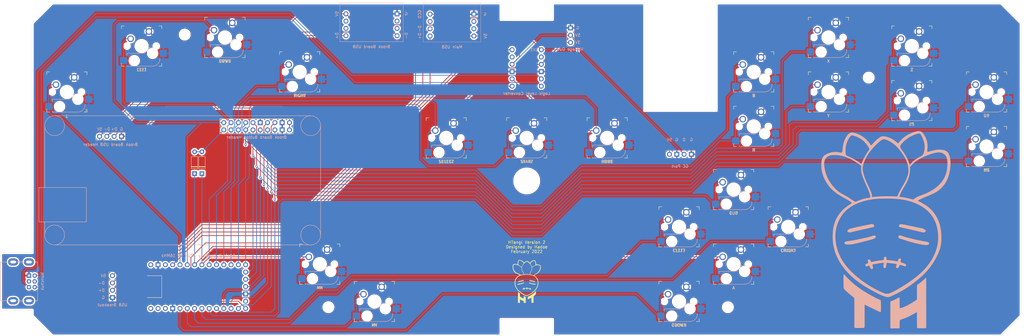
<source format=kicad_pcb>
(kicad_pcb (version 20211014) (generator pcbnew)
  (title_block (title "HTangl PCB") (date "2022-01-08") (rev "2") (company "HTangl"))
  (layers (0 "F.Cu" signal) (31 "B.Cu" signal) (34 "B.Paste" user) (35 "F.Paste" user) (36 "B.SilkS" user "B.Silkscreen") (37 "F.SilkS" user "F.Silkscreen") (38 "B.Mask" user) (39 "F.Mask" user) (44 "Edge.Cuts" user))
  (net 0 "")
  (net 1 "BB1")
  (net 2 "GND")
  (net 3 "DOWN")
  (net 4 "RIGHT")
  (net 5 "LEFT")
  (net 6 "SELECT")
  (net 7 "HOME")
  (net 8 "START")
  (net 9 "B")
  (net 10 "X")
  (net 11 "Z")
  (net 12 "UP")
  (net 13 "R")
  (net 14 "Y")
  (net 15 "LS")
  (net 16 "MS")
  (net 17 "D-B")
  (net 18 "MX")
  (net 19 "A")
  (net 20 "D+B")
  (net 21 "GCD")
  (net 22 "5V")
  (net 23 "GCDA")
  (net 26 "NSCL")
  (net 27 "NSDA")
  (net 32 "D-")
  (net 33 "D+")
  (net 38 "L")
  (net 39 "MY")
  (net 40 "CU")
  (net 41 "CL")
  (net 42 "CR")
  (net 43 "CD")
  (net 44 "3V")
  (footprint "htangl:Brook_Board_Header_2" (layer "F.Cu") (at 71.36 124.47)
    (fp_text reference "BB2")
    (fp_text value "Brook Board USB Header")
  )
  (footprint "htangl:Adafruit_32U4_5V" (layer "F.Cu") (at 105.7 176.83)
    (fp_text reference "MC1" hide)
    (fp_text value "Adafruit ItsyBitsy 32U4 5V 16MHz")
  )
  (footprint "Diode_THT:D_DO-35_SOD27_P7.62mm_Horizontal" (layer "F.Cu") (at 104.43 137.46 90)
    (fp_text reference "D2" hide)
    (fp_text value "DIODE" hide)
  )
  (footprint "Diode_THT:D_DO-35_SOD27_P7.62mm_Horizontal" (layer "F.Cu") (at 106.97 137.46 90)
    (fp_text reference "D1" hide)
    (fp_text value "DIODE" hide)
  )
  (footprint "keyswitches:Kailh_socket_MX_optional" (layer "F.Cu") (at 273 182)
    (fp_text reference "SW22" hide)
    (fp_text value "CDOWN")
  )
  (footprint "keyswitches:Kailh_socket_MX_optional" (layer "F.Cu") (at 273 156)
    (fp_text reference "SW19" hide)
    (fp_text value "CLEFT")
  )
  (footprint "keyswitches:Kailh_socket_MX_optional" (layer "F.Cu") (at 311 156)
    (fp_text reference "SW21" hide)
    (fp_text value "CRIGHT")
  )
  (footprint "keyswitches:Kailh_socket_MX_optional" (layer "F.Cu") (at 292 143)
    (fp_text reference "SW18" hide)
    (fp_text value "CUP")
  )
  (footprint "keyswitches:Kailh_socket_MX_optional" (layer "F.Cu") (at 115 90)
    (fp_text reference "SW3" hide)
    (fp_text value "DOWN")
  )
  (footprint "keyswitches:Kailh_socket_MX_optional" (layer "F.Cu") (at 248 125)
    (fp_text reference "SW9" hide)
    (fp_text value "HOME")
  )
  (footprint "keyswitches:Kailh_socket_MX_optional" (layer "F.Cu") (at 60 109)
    (fp_text reference "SW1" hide)
    (fp_text value "L")
  )
  (footprint "keyswitches:Kailh_socket_MX_optional" (layer "F.Cu") (at 86 93)
    (fp_text reference "SW2" hide)
    (fp_text value "LEFT")
  )
  (footprint "keyswitches:Kailh_socket_MX_optional" (layer "F.Cu") (at 354 112)
    (fp_text reference "SW16" hide)
    (fp_text value "LS")
  )
  (footprint "keyswitches:Kailh_socket_MX_optional" (layer "F.Cu") (at 380 128)
    (fp_text reference "SW17" hide)
    (fp_text value "MS")
  )
  (footprint "keyswitches:Kailh_socket_MX_optional" (layer "F.Cu") (at 148 169)
    (fp_text reference "SW5" hide)
    (fp_text value "MX")
  )
  (footprint "keyswitches:Kailh_socket_MX_optional" (layer "F.Cu") (at 167 182)
    (fp_text reference "SW6" hide)
    (fp_text value "MY")
  )
  (footprint "keyswitches:Kailh_socket_MX_optional" (layer "F.Cu") (at 299 121)
    (fp_text reference "SW14" hide)
    (fp_text value "R")
  )
  (footprint "keyswitches:Kailh_socket_MX_optional" (layer "F.Cu") (at 141 102)
    (fp_text reference "SW4" hide)
    (fp_text value "RIGHT")
  )
  (footprint "keyswitches:Kailh_socket_MX_optional" (layer "F.Cu") (at 192 125)
    (fp_text reference "SW7" hide)
    (fp_text value "SELECT")
  )
  (footprint "keyswitches:Kailh_socket_MX_optional" (layer "F.Cu") (at 220 125)
    (fp_text reference "SW8" hide)
    (fp_text value "START")
  )
  (footprint "keyswitches:Kailh_socket_MX_optional" (layer "F.Cu") (at 380 109)
    (fp_text reference "SW13" hide)
    (fp_text value "UP")
  )
  (footprint "keyswitches:Kailh_socket_MX_optional" (layer "F.Cu") (at 325 90)
    (fp_text reference "SW11" hide)
    (fp_text value "X")
  )
  (footprint "keyswitches:Kailh_socket_MX_optional" (layer "F.Cu") (at 325 109)
    (fp_text reference "SW15" hide)
    (fp_text value "Y")
  )
  (footprint "keyswitches:Kailh_socket_MX_optional" (layer "F.Cu") (at 354 93)
    (fp_text reference "SW12" hide)
    (fp_text value "Z")
  )
  (footprint "keyswitches:Kailh_socket_MX_optional" (layer "F.Cu") (at 299 102)
    (fp_text reference "SW10" hide)
    (fp_text value "B")
  )
  (footprint "keyswitches:Kailh_socket_MX_optional" (layer "F.Cu") (at 292 169)
    (fp_text reference "SW20" hide)
    (fp_text value "A")
  )
  (footprint "htangl:Brook_Board_Header_1" (layer "F.Cu") (at 114.59 122.22)
    (fp_text reference "BB1")
    (fp_text value "Brook Board Button Header")
  )
  (footprint "misc:brook_board_no_mounting_holes" (layer "F.Cu") (at 52.28 148.3 90)
    (fp_text reference "REF**" hide)
    (fp_text value "brook_board_no_mounting_holes" hide)
  )
  (footprint "MountingHole:MountingHole_3.2mm_M3" (layer "F.Cu") (at 339 104)
    (fp_text reference "." hide)
    (fp_text value "." hide)
  )
  (footprint "MountingHole:MountingHole_3.2mm_M3" (layer "F.Cu") (at 101 89)
    (fp_text reference "." hide)
    (fp_text value "." hide)
  )
  (footprint "MountingHole:MountingHole_3.2mm_M3" (layer "F.Cu") (at 290 184)
    (fp_text reference "." hide)
    (fp_text value "." hide)
  )
  (footprint "MountingHole:MountingHole_3.2mm_M3" (layer "F.Cu") (at 151 184)
    (fp_text reference "." hide)
    (fp_text value "." hide)
  )
  (footprint "htangl:Brook_Board_USBC" (layer "F.Cu") (at 166 80.5 180)
    (fp_text reference "USB2" hide)
    (fp_text value "Brook Board USB")
  )
  (footprint "MountingHole:MountingHole_8.4mm_M8" (layer "F.Cu") (at 220 140)
    (fp_text reference "" hide)
    (fp_text value "" hide)
  )
  (footprint "htangl:Model_U_Header" (layer "F.Cu") (at 186.38 81.885)
    (fp_text reference "USB1")
    (fp_text value "Main USB")
  )
  (footprint "htangl:HTurnip_Small" (layer "F.Cu") (at 220 175)
    (fp_text reference "" hide)
    (fp_text value "" hide)
  )
  (footprint "htangl:LLC" (layer "B.Cu") (at 220 100.63 180)
    (fp_text reference "LLC1")
    (fp_text value "Logic Level Converter")
  )
  (footprint "Connector_PinHeader_2.54mm:PinHeader_1x03_P2.54mm_Vertical" (layer "B.Cu") (at 235.24 86.675 180)
    (fp_text reference "VO1" hide)
    (fp_text value "Voltage Out")
  )
  (footprint "htangl:NunchuckFemale" (layer "B.Cu") (at 38.8 175 90)
    (fp_text reference "N1" hide)
    (fp_text value "Nunchuk")
  )
  (footprint "Connector_PinSocket_2.54mm:PinSocket_1x04_P2.54mm_Vertical" (layer "B.Cu") (at 277.3 130.715 90)
    (fp_text reference "GC1" hide)
    (fp_text value "GC Port")
  )
  (footprint "htangl:HTurnip_Medium" (layer "B.Cu") (at 345 157 180)
    (fp_text reference "" hide)
    (fp_text value "" hide)
  )
  (footprint "Connector_PinSocket_2.54mm:PinSocket_1x04_P2.54mm_Vertical" (layer "B.Cu") (at 75.855 173.02 180)
    (fp_text reference "USBA1")
    (fp_text value "USB Breakout")
  )
  (gr_line (start 392 85) (end 385 78) (layer "Edge.Cuts") (width 0.05))
  (gr_line (start 392 187) (end 385 194) (layer "Edge.Cuts") (width 0.05))
  (gr_line (start 392 187) (end 392 85) (layer "Edge.Cuts") (width 0.05))
  (gr_line (start 261 78) (end 261 115.5) (layer "Edge.Cuts") (width 0.05))
  (gr_line (start 211 188.2) (end 211 194) (layer "Edge.Cuts") (width 0.05))
  (gr_line (start 229 83.8) (end 229 78) (layer "Edge.Cuts") (width 0.05))
  (gr_line (start 37 165) (end 37 185) (layer "Edge.Cuts") (width 0.05))
  (gr_line (start 229 83.8) (end 211 83.8) (layer "Edge.Cuts") (width 0.05))
  (gr_line (start 286 115.5) (end 261 115.5) (layer "Edge.Cuts") (width 0.05))
  (gr_line (start 211 194) (end 55 194) (layer "Edge.Cuts") (width 0.05))
  (gr_line (start 55 78) (end 211 78) (layer "Edge.Cuts") (width 0.05))
  (gr_line (start 229 194) (end 385 194) (layer "Edge.Cuts") (width 0.05))
  (gr_line (start 229 188.2) (end 211 188.2) (layer "Edge.Cuts") (width 0.05))
  (gr_line (start 286 78) (end 286 115.5) (layer "Edge.Cuts") (width 0.05))
  (gr_line (start 211 83.8) (end 211 78) (layer "Edge.Cuts") (width 0.05))
  (gr_line (start 229 188.2) (end 229 194) (layer "Edge.Cuts") (width 0.05))
  (gr_line (start 48 165) (end 37 165) (layer "Edge.Cuts") (width 0.05))
  (gr_line (start 48 185) (end 48 187) (layer "Edge.Cuts") (width 0.05))
  (gr_line (start 48 85) (end 55 78) (layer "Edge.Cuts") (width 0.05))
  (gr_line (start 261 78) (end 229 78) (layer "Edge.Cuts") (width 0.05))
  (gr_line (start 286 78) (end 385 78) (layer "Edge.Cuts") (width 0.05))
  (gr_line (start 48 165) (end 48 85) (layer "Edge.Cuts") (width 0.05))
  (gr_line (start 37 185) (end 48 185) (layer "Edge.Cuts") (width 0.05))
  (gr_line (start 55 194) (end 48 187) (layer "Edge.Cuts") (width 0.05))
  (gr_text "3V" (at 237.78 91.74) (layer "B.SilkS") (effects (font (size 1 1)) (justify mirror)))
  (gr_text "D+" (at 72.045 178.1) (layer "B.SilkS") (effects (font (size 1 1)) (justify mirror)))
  (gr_text "5V\n" (at 237.78 89.2) (layer "B.SilkS") (effects (font (size 1 1)) (justify mirror)))
  (gr_text "G" (at 237.78 86.66) (layer "B.SilkS") (effects (font (size 1 1)) (justify mirror)))
  (gr_text "D-" (at 72.045 175.56) (layer "B.SilkS") (effects (font (size 1 1)) (justify mirror)))
  (gr_text "5V" (at 72.68 173.02) (layer "B.SilkS") (effects (font (size 1 1)) (justify mirror)))
  (gr_text "G" (at 72.68 180.64) (layer "B.SilkS") (effects (font (size 1 1)) (justify mirror)))
  (gr_text "HTangl Version 2\nDesigned by Hadoe\nFebruary 2022\n" (at 220 163) (layer "F.SilkS") (effects (font (size 1 1))))
  (segment (start 104.43 129.84) (end 106.97 129.84) (width 0.25) (layer "B.Cu") (net 1))
  (segment (start 114.59 122.22) (end 106.97 129.84) (width 0.25) (layer "B.Cu") (net 1))
  (segment (start 108.65 95.02) (end 108.71 95.08) (width 0.25) (layer "B.Cu") (net 3))
  (segment (start 114.59 119.68) (end 106.97 119.68) (width 0.25) (layer "B.Cu") (net 3))
  (segment (start 101.89 124.76) (end 101.89 169.21) (width 0.25) (layer "B.Cu") (net 3))
  (segment (start 76.49 112.06) (end 84.11 119.68) (width 0.25) (layer "B.Cu") (net 3))
  (segment (start 76.49 85.39) (end 76.49 112.06) (width 0.25) (layer "B.Cu") (net 3))
  (segment (start 77.76 84.12) (end 76.49 85.39) (width 0.25) (layer "B.Cu") (net 3))
  (segment (start 109.573554 87.46) (end 108.65 88.383554) (width 0.25) (layer "B.Cu") (net 3))
  (segment (start 111.19 87.46) (end 107.85 84.12) (width 0.25) (layer "B.Cu") (net 3))
  (segment (start 107.85 84.12) (end 77.76 84.12) (width 0.25) (layer "B.Cu") (net 3))
  (segment (start 106.97 119.68) (end 101.89 124.76) (width 0.25) (layer "B.Cu") (net 3))
  (segment (start 108.65 88.383554) (end 108.65 95.02) (width 0.25) (layer "B.Cu") (net 3))
  (segment (start 84.11 119.68) (end 106.97 119.68) (width 0.25) (layer "B.Cu") (net 3))
  (segment (start 111.19 87.46) (end 109.573554 87.46) (width 0.25) (layer "B.Cu") (net 3))
  (segment (start 117.13 140) (end 112.05 145.08) (width 0.25) (layer "B.Cu") (net 4))
  (segment (start 135.573554 99.46) (end 134.694579 100.338975) (width 0.25) (layer "B.Cu") (net 4))
  (segment (start 118.4 120.95) (end 117.13 122.22) (width 0.25) (layer "B.Cu") (net 4))
  (segment (start 134.694579 107.064579) (end 134.71 107.08) (width 0.25) (layer "B.Cu") (net 4))
  (segment (start 137.19 99.46) (end 135.573554 99.46) (width 0.25) (layer "B.Cu") (net 4))
  (segment (start 134.694579 100.338975) (end 134.694579 107.064579) (width 0.25) (layer "B.Cu") (net 4))
  (segment (start 118.4 114.6) (end 118.4 120.95) (width 0.25) (layer "B.Cu") (net 4))
  (segment (start 112.05 145.08) (end 112.05 169.21) (width 0.25) (layer "B.Cu") (net 4))
  (segment (start 125.92 107.08) (end 118.4 114.6) (width 0.25) (layer "B.Cu") (net 4))
  (segment (start 117.13 122.22) (end 117.13 140) (width 0.25) (layer "B.Cu") (net 4))
  (segment (start 134.71 107.08) (end 125.92 107.08) (width 0.25) (layer "B.Cu") (net 4))
  (segment (start 117.13 119.68) (end 115.86 120.95) (width 0.25) (layer "B.Cu") (net 5))
  (segment (start 79.65 91.383554) (end 79.65 98.02) (width 0.25) (layer "B.Cu") (net 5))
  (segment (start 79.71 112.74) (end 80.3 113.33) (width 0.25) (layer "B.Cu") (net 5))
  (segment (start 115.86 120.95) (end 115.86 140) (width 0.25) (layer "B.Cu") (net 5))
  (segment (start 80.3 113.33) (end 110.78 113.33) (width 0.25) (layer "B.Cu") (net 5))
  (segment (start 79.65 98.02) (end 79.71 98.08) (width 0.25) (layer "B.Cu") (net 5))
  (segment (start 80.573554 90.46) (end 79.65 91.383554) (width 0.25) (layer "B.Cu") (net 5))
  (segment (start 82.19 90.46) (end 80.573554 90.46) (width 0.25) (layer "B.Cu") (net 5))
  (segment (start 115.86 140) (end 109.51 146.35) (width 0.25) (layer "B.Cu") (net 5))
  (segment (start 109.51 146.35) (end 109.51 169.21) (width 0.25) (layer "B.Cu") (net 5))
  (segment (start 79.71 98.08) (end 79.71 112.74) (width 0.25) (layer "B.Cu") (net 5))
  (segment (start 110.78 113.33) (end 117.13 119.68) (width 0.25) (layer "B.Cu") (net 5))
  (segment (start 214.92 106.98) (end 203.67 106.98) (width 0.25) (layer "F.Cu") (net 6))
  (segment (start 203.67 106.98) (end 188.19 122.46) (width 0.25) (layer "F.Cu") (net 6))
  (segment (start 186.573554 122.46) (end 185.65 123.383554) (width 0.25) (layer "B.Cu") (net 6))
  (segment (start 188.19 122.46) (end 186.573554 122.46) (width 0.25) (layer "B.Cu") (net 6))
  (segment (start 120.94 120.95) (end 120.94 114.6) (width 0.25) (layer "B.Cu") (net 6))
  (segment (start 119.67 122.22) (end 119.67 140) (width 0.25) (layer "B.Cu") (net 6))
  (segment (start 119.67 140) (end 117.13 142.54) (width 0.25) (layer "B.Cu") (net 6))
  (segment (start 119.67 122.22) (end 120.94 120.95) (width 0.25) (layer "B.Cu") (net 6))
  (segment (start 120.94 114.6) (end 123.48 112.06) (width 0.25) (layer "B.Cu") (net 6))
  (segment (start 186.98 112.06) (end 188.19 113.27) (width 0.25) (layer "B.Cu") (net 6))
  (segment (start 185.65 123.383554) (end 185.65 130.02) (width 0.25) (layer "B.Cu") (net 6))
  (segment (start 185.65 130.02) (end 185.71 130.08) (width 0.25) (layer "B.Cu") (net 6))
  (segment (start 117.13 142.54) (end 117.13 169.21) (width 0.25) (layer "B.Cu") (net 6))
  (segment (start 123.48 112.06) (end 186.98 112.06) (width 0.25) (layer "B.Cu") (net 6))
  (segment (start 188.19 113.27) (end 188.19 122.46) (width 0.25) (layer "B.Cu") (net 6))
  (segment (start 214.92 104.44) (end 232.94 122.46) (width 0.25) (layer "F.Cu") (net 7))
  (segment (start 232.94 122.46) (end 244.19 122.46) (width 0.25) (layer "F.Cu") (net 7))
  (segment (start 118.4 140) (end 118.4 121.585718) (width 0.25) (layer "B.Cu") (net 7))
  (segment (start 244.19 114.66) (end 244.19 122.46) (width 0.25) (layer "B.Cu") (net 7))
  (segment (start 242.573554 122.46) (end 241.694579 123.338975) (width 0.25) (layer "B.Cu") (net 7))
  (segment (start 241.694579 130.064579) (end 241.71 130.08) (width 0.25) (layer "B.Cu") (net 7))
  (segment (start 118.4 121.585718) (end 119.67 120.315718) (width 0.25) (layer "B.Cu") (net 7))
  (segment (start 114.59 143.81) (end 118.4 140) (width 0.25) (layer "B.Cu") (net 7))
  (segment (start 123.48 110.79) (end 240.32 110.79) (width 0.25) (layer "B.Cu") (net 7))
  (segment (start 119.67 119.68) (end 119.67 114.6) (width 0.25) (layer "B.Cu") (net 7))
  (segment (start 119.67 120.315718) (end 119.67 119.68) (width 0.25) (layer "B.Cu") (net 7))
  (segment (start 114.59 169.21) (end 114.59 143.81) (width 0.25) (layer "B.Cu") (net 7))
  (segment (start 244.19 122.46) (end 242.573554 122.46) (width 0.25) (layer "B.Cu") (net 7))
  (segment (start 119.67 114.6) (end 123.48 110.79) (width 0.25) (layer "B.Cu") (net 7))
  (segment (start 240.32 110.79) (end 244.19 114.66) (width 0.25) (layer "B.Cu") (net 7))
  (segment (start 241.694579 123.338975) (end 241.694579 130.064579) (width 0.25) (layer "B.Cu") (net 7))
  (segment (start 122.21 127.3) (end 122.21 122.22) (width 0.25) (layer "F.Cu") (net 8))
  (via (at 122.21 127.3) (size 0.8) (drill 0.4) (layers "F.Cu" "B.Cu") (net 8))
  (segment (start 213.65 123.383554) (end 213.65 130.02) (width 0.25) (layer "B.Cu") (net 8))
  (segment (start 124.75 113.33) (end 181.9 113.33) (width 0.25) (layer "B.Cu") (net 8))
  (segment (start 208.87 134.92) (end 213.71 130.08) (width 0.25) (layer "B.Cu") (net 8))
  (segment (start 119.67 141.27) (end 122.21 138.73) (width 0.25) (layer "B.Cu") (net 8))
  (segment (start 185.71 134.92) (end 208.87 134.92) (width 0.25) (layer "B.Cu") (net 8))
  (segment (start 119.67 169.21) (end 119.67 141.27) (width 0.25) (layer "B.Cu") (net 8))
  (segment (start 123.48 120.95) (end 123.48 114.6) (width 0.25) (layer "B.Cu") (net 8))
  (segment (start 123.48 114.6) (end 124.75 113.33) (width 0.25) (layer "B.Cu") (net 8))
  (segment (start 183.17 132.38) (end 185.71 134.92) (width 0.25) (layer "B.Cu") (net 8))
  (segment (start 183.17 114.6) (end 183.17 132.38) (width 0.25) (layer "B.Cu") (net 8))
  (segment (start 213.65 130.02) (end 213.71 130.08) (width 0.25) (layer "B.Cu") (net 8))
  (segment (start 216.19 122.46) (end 214.573554 122.46) (width 0.25) (layer "B.Cu") (net 8))
  (segment (start 181.9 113.33) (end 183.17 114.6) (width 0.25) (layer "B.Cu") (net 8))
  (segment (start 214.573554 122.46) (end 213.65 123.383554) (width 0.25) (layer "B.Cu") (net 8))
  (segment (start 122.21 127.3) (end 122.21 138.73) (width 0.25) (layer "B.Cu") (net 8))
  (segment (start 122.21 122.22) (end 123.48 120.95) (width 0.25) (layer "B.Cu") (net 8))
  (segment (start 123.48 127.3) (end 120.94 124.76) (width 0.25) (layer "B.Cu") (net 9))
  (segment (start 122.21 140) (end 122.21 169.21) (width 0.25) (layer "B.Cu") (net 9))
  (segment (start 122.21 120.315718) (end 122.21 119.68) (width 0.25) (layer "B.Cu") (net 9))
  (segment (start 293.573554 99.46) (end 292.65 100.383554) (width 0.25) (layer "B.Cu") (net 9))
  (segment (start 123.48 127.3) (end 123.48 138.73) (width 0.25) (layer "B.Cu") (net 9))
  (segment (start 289.85 110.79) (end 289.85 122.22) (width 0.25) (layer "B.Cu") (net 9))
  (segment (start 289.85 122.22) (end 277.15 134.92) (width 0.25) (layer "B.Cu") (net 9))
  (segment (start 120.94 121.585718) (end 122.21 120.315718) (width 0.25) (layer "B.Cu") (net 9))
  (segment (start 123.48 138.73) (end 122.21 140) (width 0.25) (layer "B.Cu") (net 9))
  (segment (start 292.71 107.93) (end 289.85 110.79) (width 0.25) (layer "B.Cu") (net 9))
  (segment (start 277.15 134.92) (end 239.05 134.92) (width 0.25) (layer "B.Cu") (net 9))
  (segment (start 202.22 136.19) (end 132.37 136.19) (width 0.25) (layer "B.Cu") (net 9))
  (segment (start 214.92 148.89) (end 202.22 136.19) (width 0.25) (layer "B.Cu") (net 9))
  (segment (start 132.37 136.19) (end 123.48 127.3) (width 0.25) (layer "B.Cu") (net 9))
  (segment (start 225.08 148.89) (end 214.92 148.89) (width 0.25) (layer "B.Cu") (net 9))
  (segment (start 120.94 124.76) (end 120.94 121.585718) (width 0.25) (layer "B.Cu") (net 9))
  (segment (start 292.65 107.02) (end 292.71 107.08) (width 0.25) (layer "B.Cu") (net 9))
  (segment (start 292.71 107.08) (end 292.71 107.93) (width 0.25) (layer "B.Cu") (net 9))
  (segment (start 239.05 134.92) (end 225.08 148.89) (width 0.25) (layer "B.Cu") (net 9))
  (segment (start 295.19 99.46) (end 293.573554 99.46) (width 0.25) (layer "B.Cu") (net 9))
  (segment (start 292.65 100.383554) (end 292.65 107.02) (width 0.25) (layer "B.Cu") (net 9))
  (segment (start 124.75 131.11) (end 124.75 122.22) (width 0.25) (layer "F.Cu") (net 10))
  (via (at 124.75 131.11) (size 0.8) (drill 0.4) (layers "F.Cu" "B.Cu") (net 10))
  (segment (start 239.05 137.46) (end 225.08 151.43) (width 0.25) (layer "B.Cu") (net 10))
  (segment (start 308.9 127.3) (end 307.63 128.57) (width 0.25) (layer "B.Cu") (net 10))
  (segment (start 214.92 151.43) (end 202.22 138.73) (width 0.25) (layer "B.Cu") (net 10))
  (segment (start 277.15 137.46) (end 239.05 137.46) (width 0.25) (layer "B.Cu") (net 10))
  (segment (start 318.65 95.02) (end 318.71 95.08) (width 0.25) (layer "B.Cu") (net 10))
  (segment (start 132.37 138.73) (end 124.75 131.11) (width 0.25) (layer "B.Cu") (net 10))
  (segment (start 308.9 98.133554) (end 308.9 127.3) (width 0.25) (layer "B.Cu") (net 10))
  (segment (start 318.71 95.08) (end 311.953554 95.08) (width 0.25) (layer "B.Cu") (net 10))
  (segment (start 286.04 128.57) (end 277.15 137.46) (width 0.25) (layer "B.Cu") (net 10))
  (segment (start 225.08 151.43) (end 214.92 151.43) (width 0.25) (layer "B.Cu") (net 10))
  (segment (start 124.75 170.48) (end 123.48 171.75) (width 0.25) (layer "B.Cu") (net 10))
  (segment (start 319.573554 87.46) (end 318.65 88.383554) (width 0.25) (layer "B.Cu") (net 10))
  (segment (start 318.65 88.383554) (end 318.65 95.02) (width 0.25) (layer "B.Cu") (net 10))
  (segment (start 124.75 131.11) (end 124.75 170.48) (width 0.25) (layer "B.Cu") (net 10))
  (segment (start 311.953554 95.08) (end 308.9 98.133554) (width 0.25) (layer "B.Cu") (net 10))
  (segment (start 202.22 138.73) (end 132.37 138.73) (width 0.25) (layer "B.Cu") (net 10))
  (segment (start 123.48 171.75) (end 122.21 171.75) (width 0.25) (layer "B.Cu") (net 10))
  (segment (start 307.63 128.57) (end 286.04 128.57) (width 0.25) (layer "B.Cu") (net 10))
  (segment (start 321.19 87.46) (end 319.573554 87.46) (width 0.25) (layer "B.Cu") (net 10))
  (segment (start 126.02 134.92) (end 126.02 120.95) (width 0.25) (layer "F.Cu") (net 11))
  (segment (start 126.02 120.95) (end 124.75 119.68) (width 0.25) (layer "F.Cu") (net 11))
  (via (at 126.02 134.92) (size 0.8) (drill 0.4) (layers "F.Cu" "B.Cu") (net 11))
  (segment (start 345.73 115.87) (end 341.92 119.68) (width 0.25) (layer "B.Cu") (net 11))
  (segment (start 348.573554 90.46) (end 347.694579 91.338975) (width 0.25) (layer "B.Cu") (net 11))
  (segment (start 341.92 119.68) (end 312.32 119.68) (width 0.25) (layer "B.Cu") (net 11))
  (segment (start 277.15 140) (end 239.05 140) (width 0.25) (layer "B.Cu") (net 11))
  (segment (start 347.71 98.08) (end 345.73 100.06) (width 0.25) (layer "B.Cu") (net 11))
  (segment (start 286.04 131.11) (end 277.15 140) (width 0.25) (layer "B.Cu") (net 11))
  (segment (start 225.08 153.97) (end 214.92 153.97) (width 0.25) (layer "B.Cu") (net 11))
  (segment (start 239.05 140) (end 225.08 153.97) (width 0.25) (layer "B.Cu") (net 11))
  (segment (start 132.37 141.27) (end 126.02 134.92) (width 0.25) (layer "B.Cu") (net 11))
  (segment (start 347.694579 91.338975) (end 347.694579 98.064579) (width 0.25) (layer "B.Cu") (net 11))
  (segment (start 312.32 119.68) (end 311.44 120.56) (width 0.25) (layer "B.Cu") (net 11))
  (segment (start 214.92 153.97) (end 202.22 141.27) (width 0.25) (layer "B.Cu") (net 11))
  (segment (start 350.19 90.46) (end 348.573554 90.46) (width 0.25) (layer "B.Cu") (net 11))
  (segment (start 126.02 171.75) (end 123.48 174.29) (width 0.25) (layer "B.Cu") (net 11))
  (segment (start 307.63 131.11) (end 286.04 131.11) (width 0.25) (layer "B.Cu") (net 11))
  (segment (start 126.02 134.92) (end 126.02 171.75) (width 0.25) (layer "B.Cu") (net 11))
  (segment (start 311.44 120.56) (end 311.44 127.3) (width 0.25) (layer "B.Cu") (net 11))
  (segment (start 123.48 174.29) (end 122.21 174.29) (width 0.25) (layer "B.Cu") (net 11))
  (segment (start 345.73 100.06) (end 345.73 115.87) (width 0.25) (layer "B.Cu") (net 11))
  (segment (start 347.694579 98.064579) (end 347.71 98.08) (width 0.25) (layer "B.Cu") (net 11))
  (segment (start 202.22 141.27) (end 132.37 141.27) (width 0.25) (layer "B.Cu") (net 11))
  (segment (start 311.44 127.3) (end 307.63 131.11) (width 0.25) (layer "B.Cu") (net 11))
  (segment (start 127.29 122.22) (end 127.29 138.73) (width 0.25) (layer "F.Cu") (net 12))
  (via (at 127.29 138.73) (size 0.8) (drill 0.4) (layers "F.Cu" "B.Cu") (net 12))
  (segment (start 239.05 142.54) (end 225.08 156.51) (width 0.25) (layer "B.Cu") (net 12))
  (segment (start 373.65 107.383554) (end 373.65 114.02) (width 0.25) (layer "B.Cu") (net 12))
  (segment (start 277.15 142.54) (end 239.05 142.54) (width 0.25) (layer "B.Cu") (net 12))
  (segment (start 286.04 133.65) (end 277.15 142.54) (width 0.25) (layer "B.Cu") (net 12))
  (segment (start 373.71 114.08) (end 371.65 114.08) (width 0.25) (layer "B.Cu") (net 12))
  (segment (start 127.29 173.02) (end 123.48 176.83) (width 0.25) (layer "B.Cu") (net 12))
  (segment (start 313.98 123.49) (end 313.98 127.3) (width 0.25) (layer "B.Cu") (net 12))
  (segment (start 313.98 127.3) (end 307.63 133.65) (width 0.25) (layer "B.Cu") (net 12))
  (segment (start 132.37 143.81) (end 127.29 138.73) (width 0.25) (layer "B.Cu") (net 12))
  (segment (start 315.25 122.22) (end 313.98 123.49) (width 0.25) (layer "B.Cu") (net 12))
  (segment (start 214.92 156.51) (end 202.22 143.81) (width 0.25) (layer "B.Cu") (net 12))
  (segment (start 374.573554 106.46) (end 373.65 107.383554) (width 0.25) (layer "B.Cu") (net 12))
  (segment (start 307.63 133.65) (end 286.04 133.65) (width 0.25) (layer "B.Cu") (net 12))
  (segment (start 225.08 156.51) (end 214.92 156.51) (width 0.25) (layer "B.Cu") (net 12))
  (segment (start 374.573554 106.46) (end 376.19 106.46) (width 0.25) (layer "B.Cu") (net 12))
  (segment (start 202.22 143.81) (end 132.37 143.81) (width 0.25) (layer "B.Cu") (net 12))
  (segment (start 127.29 138.73) (end 127.29 173.02) (width 0.25) (layer "B.Cu") (net 12))
  (segment (start 373.65 114.02) (end 373.71 114.08) (width 0.25) (layer "B.Cu") (net 12))
  (segment (start 369.86 115.87) (end 369.86 120.95) (width 0.25) (layer "B.Cu") (net 12))
  (segment (start 369.86 120.95) (end 368.59 122.22) (width 0.25) (layer "B.Cu") (net 12))
  (segment (start 368.59 122.22) (end 315.25 122.22) (width 0.25) (layer "B.Cu") (net 12))
  (segment (start 123.48 176.83) (end 122.21 176.83) (width 0.25) (layer "B.Cu") (net 12))
  (segment (start 371.65 114.08) (end 369.86 115.87) (width 0.25) (layer "B.Cu") (net 12))
  (segment (start 129.83 134.92) (end 129.83 142.54) (width 0.25) (layer "F.Cu") (net 13))
  (segment (start 129.83 122.22) (end 129.83 134.92) (width 0.25) (layer "F.Cu") (net 13))
  (via (at 129.83 134.92) (size 0.8) (drill 0.4) (layers "F.Cu" "B.Cu") (net 13))
  (via (at 129.83 142.54) (size 0.8) (drill 0.4) (layers "F.Cu" "B.Cu") (net 13))
  (segment (start 202.22 137.46) (end 214.92 150.16) (width 0.25) (layer "B.Cu") (net 13))
  (segment (start 277.15 136.19) (end 287.26 126.08) (width 0.25) (layer "B.Cu") (net 13))
  (segment (start 293.573554 118.46) (end 292.65 119.383554) (width 0.25) (layer "B.Cu") (net 13))
  (segment (start 214.92 150.16) (end 225.08 150.16) (width 0.25) (layer "B.Cu") (net 13))
  (segment (start 129.83 142.54) (end 129.83 175.56) (width 0.25) (layer "B.Cu") (net 13))
  (segment (start 225.08 150.16) (end 239.05 136.19) (width 0.25) (layer "B.Cu") (net 13))
  (segment (start 132.37 137.46) (end 202.22 137.46) (width 0.25) (layer "B.Cu") (net 13))
  (segment (start 292.65 119.383554) (end 292.65 126.02) (width 0.25) (layer "B.Cu") (net 13))
  (segment (start 129.83 134.92) (end 132.37 137.46) (width 0.25) (layer "B.Cu") (net 13))
  (segment (start 287.26 126.08) (end 292.71 126.08) (width 0.25) (layer "B.Cu") (net 13))
  (segment (start 117.13 181.91) (end 117.13 184.45) (width 0.25) (layer "B.Cu") (net 13))
  (segment (start 239.05 136.19) (end 277.15 136.19) (width 0.25) (layer "B.Cu") (net 13))
  (segment (start 118.4 180.64) (end 117.13 181.91) (width 0.25) (layer "B.Cu") (net 13))
  (segment (start 295.19 118.46) (end 293.573554 118.46) (width 0.25) (layer "B.Cu") (net 13))
  (segment (start 124.75 180.64) (end 118.4 180.64) (width 0.25) (layer "B.Cu") (net 13))
  (segment (start 129.83 175.56) (end 124.75 180.64) (width 0.25) (layer "B.Cu") (net 13))
  (segment (start 292.65 126.02) (end 292.71 126.08) (width 0.25) (layer "B.Cu") (net 13))
  (segment (start 128.56 136.19) (end 128.56 141.27) (width 0.25) (layer "F.Cu") (net 14))
  (segment (start 128.56 136.19) (end 128.56 120.95) (width 0.25) (layer "F.Cu") (net 14))
  (segment (start 128.56 120.95) (end 129.83 119.68) (width 0.25) (layer "F.Cu") (net 14))
  (via (at 128.56 141.27) (size 0.8) (drill 0.4) (layers "F.Cu" "B.Cu") (net 14))
  (via (at 128.56 136.19) (size 0.8) (drill 0.4) (layers "F.Cu" "B.Cu") (net 14))
  (segment (start 128.56 136.19) (end 132.37 140) (width 0.25) (layer "B.Cu") (net 14))
  (segment (start 114.59 179.37) (end 114.59 184.45) (width 0.25) (layer "B.Cu") (net 14))
  (segment (start 123.48 178.1) (end 115.86 178.1) (width 0.25) (layer "B.Cu") (net 14))
  (segment (start 128.56 141.27) (end 128.56 173.02) (width 0.25) (layer "B.Cu") (net 14))
  (segment (start 214.92 152.7) (end 225.08 152.7) (width 0.25) (layer "B.Cu") (net 14))
  (segment (start 310.17 127.3) (end 310.17 115.863554) (width 0.25) (layer "B.Cu") (net 14))
  (segment (start 318.694579 114.064579) (end 318.71 114.08) (width 0.25) (layer "B.Cu") (net 14))
  (segment (start 202.22 140) (end 214.92 152.7) (width 0.25) (layer "B.Cu") (net 14))
  (segment (start 286.04 129.84) (end 307.63 129.84) (width 0.25) (layer "B.Cu") (net 14))
  (segment (start 239.05 138.73) (end 277.15 138.73) (width 0.25) (layer "B.Cu") (net 14))
  (segment (start 319.573554 106.46) (end 321.19 106.46) (width 0.25) (layer "B.Cu") (net 14))
  (segment (start 318.694579 107.338975) (end 318.694579 114.064579) (width 0.25) (layer "B.Cu") (net 14))
  (segment (start 311.953554 114.08) (end 318.71 114.08) (width 0.25) (layer "B.Cu") (net 14))
  (segment (start 307.63 129.84) (end 310.17 127.3) (width 0.25) (layer "B.Cu") (net 14))
  (segment (start 319.573554 106.46) (end 318.694579 107.338975) (width 0.25) (layer "B.Cu") (net 14))
  (segment (start 310.17 115.863554) (end 311.953554 114.08) (width 0.25) (layer "B.Cu") (net 14))
  (segment (start 225.08 152.7) (end 239.05 138.73) (width 0.25) (layer "B.Cu") (net 14))
  (segment (start 277.15 138.73) (end 286.04 129.84) (width 0.25) (layer "B.Cu") (net 14))
  (segment (start 128.56 173.02) (end 123.48 178.1) (width 0.25) (layer "B.Cu") (net 14))
  (segment (start 115.86 178.1) (end 114.59 179.37) (width 0.25) (layer "B.Cu") (net 14))
  (segment (start 132.37 140) (end 202.22 140) (width 0.25) (layer "B.Cu") (net 14))
  (segment (start 132.37 142.54) (end 132.37 122.22) (width 0.25) (layer "F.Cu") (net 15))
  (segment (start 132.37 142.54) (end 132.37 146.35) (width 0.25) (layer "F.Cu") (net 15))
  (via (at 132.37 142.54) (size 0.8) (drill 0.4) (layers "F.Cu" "B.Cu") (net 15))
  (via (at 132.37 146.35) (size 0.8) (drill 0.4) (layers "F.Cu" "B.Cu") (net 15))
  (segment (start 277.15 141.27) (end 286.04 132.38) (width 0.25) (layer "B.Cu") (net 15))
  (segment (start 350.19 109.46) (end 348.573554 109.46) (width 0.25) (layer "B.Cu") (net 15))
  (segment (start 341.92 120.95) (end 345.79 117.08) (width 0.25) (layer "B.Cu") (net 15))
  (segment (start 132.37 142.54) (end 202.22 142.54) (width 0.25) (layer "B.Cu") (net 15))
  (segment (start 345.79 117.08) (end 347.71 117.08) (width 0.25) (layer "B.Cu") (net 15))
  (segment (start 113.32 185.72) (end 112.05 184.45) (width 0.25) (layer "B.Cu") (net 15))
  (segment (start 313.98 120.95) (end 341.92 120.95) (width 0.25) (layer "B.Cu") (net 15))
  (segment (start 202.22 142.54) (end 214.92 155.24) (width 0.25) (layer "B.Cu") (net 15))
  (segment (start 132.37 184.45) (end 131.1 185.72) (width 0.25) (layer "B.Cu") (net 15))
  (segment (start 348.573554 109.46) (end 347.65 110.383554) (width 0.25) (layer "B.Cu") (net 15))
  (segment (start 312.71 122.22) (end 313.98 120.95) (width 0.25) (layer "B.Cu") (net 15))
  (segment (start 225.08 155.24) (end 239.05 141.27) (width 0.25) (layer "B.Cu") (net 15))
  (segment (start 214.92 155.24) (end 225.08 155.24) (width 0.25) (layer "B.Cu") (net 15))
  (segment (start 132.37 146.35) (end 132.37 184.45) (width 0.25) (layer "B.Cu") (net 15))
  (segment (start 307.63 132.38) (end 312.71 127.3) (width 0.25) (layer "B.Cu") (net 15))
  (segment (start 239.05 141.27) (end 277.15 141.27) (width 0.25) (layer "B.Cu") (net 15))
  (segment (start 131.1 185.72) (end 113.32 185.72) (width 0.25) (layer "B.Cu") (net 15))
  (segment (start 286.04 132.38) (end 307.63 132.38) (width 0.25) (layer "B.Cu") (net 15))
  (segment (start 347.65 110.383554) (end 347.65 117.02) (width 0.25) (layer "B.Cu") (net 15))
  (segment (start 347.65 117.02) (end 347.71 117.08) (width 0.25) (layer "B.Cu") (net 15))
  (segment (start 312.71 127.3) (end 312.71 122.22) (width 0.25) (layer "B.Cu") (net 15))
  (segment (start 131.1 143.81) (end 131.1 120.95) (width 0.25) (layer "F.Cu") (net 16))
  (segment (start 131.1 120.95) (end 132.37 119.68) (width 0.25) (layer "F.Cu") (net 16))
  (via (at 131.1 143.81) (size 0.8) (drill 0.4) (layers "F.Cu" "B.Cu") (net 16))
  (segment (start 202.22 145.08) (end 214.92 157.78) (width 0.25) (layer "B.Cu") (net 16))
  (segment (start 277.15 143.81) (end 286.04 134.92) (width 0.25) (layer "B.Cu") (net 16))
  (segment (start 214.92 157.78) (end 225.08 157.78) (width 0.25) (layer "B.Cu") (net 16))
  (segment (start 131.1 176.83) (end 124.75 183.18) (width 0.25) (layer "B.Cu") (net 16))
  (segment (start 373.694579 126.338975) (end 373.694579 133.064579) (width 0.25) (layer "B.Cu") (net 16))
  (segment (start 376.19 125.46) (end 374.573554 125.46) (width 0.25) (layer "B.Cu") (net 16))
  (segment (start 120.94 183.18) (end 119.67 184.45) (width 0.25) (layer "B.Cu") (net 16))
  (segment (start 309.47 133.08) (end 373.71 133.08) (width 0.25) (layer "B.Cu") (net 16))
  (segment (start 124.75 183.18) (end 120.94 183.18) (width 0.25) (layer "B.Cu") (net 16))
  (segment (start 239.05 143.81) (end 277.15 143.81) (width 0.25) (layer "B.Cu") (net 16))
  (segment (start 307.63 134.92) (end 309.47 133.08) (width 0.25) (layer "B.Cu") (net 16))
  (segment (start 225.08 157.78) (end 239.05 143.81) (width 0.25) (layer "B.Cu") (net 16))
  (segment (start 131.1 143.81) (end 131.1 176.83) (width 0.25) (layer "B.Cu") (net 16))
  (segment (start 286.04 134.92) (end 307.63 134.92) (width 0.25) (layer "B.Cu") (net 16))
  (segment (start 132.37 145.08) (end 202.22 145.08) (width 0.25) (layer "B.Cu") (net 16))
  (segment (start 373.694579 133.064579) (end 373.71 133.08) (width 0.25) (layer "B.Cu") (net 16))
  (segment (start 374.573554 125.46) (end 373.694579 126.338975) (width 0.25) (layer "B.Cu") (net 16))
  (segment (start 131.1 143.81) (end 132.37 145.08) (width 0.25) (layer "B.Cu") (net 16))
  (segment (start 173.62 88.12) (end 174.89 89.39) (width 0.25) (layer "F.Cu") (net 17))
  (segment (start 124.28 100.63) (end 136.79 88.12) (width 0.25) (layer "F.Cu") (net 17))
  (segment (start 73.9 124.47) (end 97.74 100.63) (width 0.25) (layer "F.Cu") (net 17))
  (segment (start 97.74 100.63) (end 124.28 100.63) (width 0.25) (layer "F.Cu") (net 17))
  (segment (start 136.79 88.12) (end 173.62 88.12) (width 0.25) (layer "F.Cu") (net 17))
  (segment (start 144.19 166.46) (end 109.72 166.46) (width 0.25) (layer "F.Cu") (net 18))
  (segment (start 109.72 166.46) (end 106.97 169.21) (width 0.25) (layer "F.Cu") (net 18))
  (segment (start 142.573554 166.46) (end 141.65 167.383554) (width 0.25) (layer "B.Cu") (net 18))
  (segment (start 144.19 166.46) (end 142.573554 166.46) (width 0.25) (layer "B.Cu") (net 18))
  (segment (start 106.97 169.21) (end 106.97 137.46) (width 0.25) (layer "B.Cu") (net 18))
  (segment (start 141.65 174.02) (end 141.71 174.08) (width 0.25) (layer "B.Cu") (net 18))
  (segment (start 141.65 167.383554) (end 141.65 174.02) (width 0.25) (layer "B.Cu") (net 18))
  (segment (start 156.5 160.32) (end 150.15 160.32) (width 0.25) (layer "F.Cu") (net 19))
  (segment (start 104.43 169.21) (end 110.78 162.86) (width 0.25) (layer "F.Cu") (net 19))
  (segment (start 162.64 166.46) (end 156.5 160.32) (width 0.25) (layer "F.Cu") (net 19))
  (segment (start 288.19 166.46) (end 162.64 166.46) (width 0.25) (layer "F.Cu") (net 19))
  (segment (start 150.15 160.32) (end 147.61 162.86) (width 0.25) (layer "F.Cu") (net 19))
  (segment (start 110.78 162.86) (end 147.61 162.86) (width 0.25) (layer "F.Cu") (net 19))
  (segment (start 285.694579 167.338975) (end 285.694579 174.064579) (width 0.25) (layer "B.Cu") (net 19))
  (segment (start 288.19 166.46) (end 286.573554 166.46) (width 0.25) (layer "B.Cu") (net 19))
  (segment (start 285.694579 174.064579) (end 285.71 174.08) (width 0.25) (layer "B.Cu") (net 19))
  (segment (start 286.573554 166.46) (end 285.694579 167.338975) (width 0.25) (layer "B.Cu") (net 19))
  (segment (start 104.43 137.46) (end 104.43 169.21) (width 0.25) (layer "B.Cu") (net 19))
  (segment (start 98.82 102.09) (end 125.36 102.09) (width 0.25) (layer "F.Cu") (net 20))
  (segment (start 76.44 124.47) (end 98.82 102.09) (width 0.25) (layer "F.Cu") (net 20))
  (segment (start 125.36 102.09) (end 138.06 89.39) (width 0.25) (layer "F.Cu") (net 20))
  (segment (start 138.06 89.39) (end 157.11 89.39) (width 0.25) (layer "F.Cu") (net 20))
  (segment (start 186.38 81.885) (end 187.65 81.885) (width 0.25) (layer "F.Cu") (net 21))
  (segment (start 210.51 85.695) (end 216.495 85.695) (width 0.25) (layer "F.Cu") (net 21))
  (segment (start 187.65 81.885) (end 188.92 83.155) (width 0.25) (layer "F.Cu") (net 21))
  (segment (start 206.7 83.155) (end 207.97 83.155) (width 0.25) (layer "F.Cu") (net 21))
  (segment (start 188.92 83.155) (end 206.7 83.155) (width 0.25) (layer "F.Cu") (net 21))
  (segment (start 216.495 85.695) (end 225.08 94.28) (width 0.25) (layer "F.Cu") (net 21))
  (segment (start 207.97 83.155) (end 210.51 85.695) (width 0.25) (layer "F.Cu") (net 21))
  (segment (start 274.76 130.715) (end 238.325 94.28) (width 0.25) (layer "B.Cu") (net 21))
  (segment (start 238.325 94.28) (end 225.08 94.28) (width 0.25) (layer "B.Cu") (net 21))
  (segment (start 141.07 81.77) (end 148.22 81.77) (width 0.25) (layer "F.Cu") (net 22))
  (segment (start 137.45 117.14) (end 134.91 114.6) (width 0.25) (layer "F.Cu") (net 22))
  (segment (start 94.27 114.6) (end 81.57 127.3) (width 0.25) (layer "F.Cu") (net 22))
  (segment (start 197.81 89.505) (end 194 85.695) (width 0.25) (layer "F.Cu") (net 22))
  (segment (start 201.62 89.505) (end 197.81 89.505) (width 0.25) (layer "F.Cu") (net 22))
  (segment (start 181.3 111.39) (end 137.45 155.24) (width 0.25) (layer "F.Cu") (net 22))
  (segment (start 214.92 99.36) (end 217.46 96.82) (width 0.25) (layer "F.Cu") (net 22))
  (segment (start 96.47 99.36) (end 123.48 99.36) (width 0.25) (layer "F.Cu") (net 22))
  (segment (start 71.36 125.98) (end 71.36 124.47) (width 0.25) (layer "F.Cu") (net 22))
  (segment (start 237.78 91.755) (end 237.78 95.55) (width 0.25) (layer "F.Cu") (net 22))
  (segment (start 182.57 85.695) (end 181.3 86.965) (width 0.25) (layer "F.Cu") (net 22))
  (segment (start 217.46 96.82) (end 217.46 93.01) (width 0.25) (layer "F.Cu") (net 22))
  (segment (start 237.78 95.55) (end 269.68 127.45) (width 0.25) (layer "F.Cu") (net 22))
  (segment (start 75.855 173.02) (end 86.015 162.86) (width 0.25) (layer "F.Cu") (net 22))
  (segment (start 201.62 89.505) (end 213.955 89.505) (width 0.25) (layer "F.Cu") (net 22))
  (segment (start 71.36 124.47) (end 96.47 99.36) (width 0.25) (layer "F.Cu") (net 22))
  (segment (start 269.68 127.45) (end 269.68 130.715) (width 0.25) (layer "F.Cu") (net 22))
  (segment (start 157.11 81.77) (end 148.22 81.77) (width 0.25) (layer "F.Cu") (net 22))
  (segment (start 160.92 85.58) (end 179.915 85.58) (width 0.25) (layer "F.Cu") (net 22))
  (segment (start 123.48 99.36) (end 141.07 81.77) (width 0.25) (layer "F.Cu") (net 22))
  (segment (start 217.46 93.01) (end 213.955 89.505) (width 0.25) (layer "F.Cu") (net 22))
  (segment (start 137.45 122.22) (end 137.45 119.68) (width 0.25) (layer "F.Cu") (net 22))
  (segment (start 235.24 89.215) (end 237.78 91.755) (width 0.25) (layer "F.Cu") (net 22))
  (segment (start 157.11 81.77) (end 160.92 85.58) (width 0.25) (layer "F.Cu") (net 22))
  (segment (start 137.45 119.68) (end 137.45 117.14) (width 0.25) (layer "F.Cu") (net 22))
  (segment (start 99.35 162.86) (end 106.97 155.24) (width 0.25) (layer "F.Cu") (net 22))
  (segment (start 181.3 86.965) (end 181.3 111.39) (width 0.25) (layer "F.Cu") (net 22))
  (segment (start 72.68 127.3) (end 71.36 125.98) (width 0.25) (layer "F.Cu") (net 22))
  (segment (start 81.57 127.3) (end 72.68 127.3) (width 0.25) (layer "F.Cu") (net 22))
  (segment (start 134.91 114.6) (end 94.27 114.6) (width 0.25) (layer "F.Cu") (net 22))
  (segment (start 179.915 85.58) (end 181.3 86.965) (width 0.25) (layer "F.Cu") (net 22))
  (segment (start 194 85.695) (end 182.57 85.695) (width 0.25) (layer "F.Cu") (net 22))
  (segment (start 106.97 155.24) (end 137.45 155.24) (width 0.25) (layer "F.Cu") (net 22))
  (segment (start 86.015 162.86) (end 99.35 162.86) (width 0.25) (layer "F.Cu") (net 22))
  (segment (start 225.065 89.215) (end 214.92 99.36) (width 0.25) (layer "B.Cu") (net 22))
  (segment (start 235.24 89.215) (end 225.065 89.215) (width 0.25) (layer "B.Cu") (net 22))
  (segment (start 106.97 159.05) (end 137.45 159.05) (width 0.25) (layer "F.Cu") (net 23))
  (segment (start 202.22 94.28) (end 214.92 94.28) (width 0.25) (layer "F.Cu") (net 23))
  (segment (start 137.45 159.05) (end 202.22 94.28) (width 0.25) (layer "F.Cu") (net 23))
  (segment (start 96.81 169.21) (end 106.97 159.05) (width 0.25) (layer "F.Cu") (net 23))
  (segment (start 223.81 103.17) (end 225.08 104.44) (width 0.25) (layer "B.Cu") (net 26))
  (segment (start 44.74 174.94) (end 44.74 171.75) (width 0.25) (layer "B.Cu") (net 26))
  (segment (start 44.74 171.75) (end 46.01 170.48) (width 0.25) (layer "B.Cu") (net 26))
  (segment (start 46.01 170.48) (end 48.55 170.48) (width 0.25) (layer "B.Cu") (net 26))
  (segment (start 46.8 177) (end 44.74 174.94) (width 0.25) (layer "B.Cu") (net 26))
  (segment (start 49.82 101.9) (end 70.14 81.58) (width 0.25) (layer "B.Cu") (net 26))
  (segment (start 159.04 103.17) (end 223.81 103.17) (width 0.25) (layer "B.Cu") (net 26))
  (segment (start 137.45 81.58) (end 159.04 103.17) (width 0.25) (layer "B.Cu") (net 26))
  (segment (start 49.82 169.21) (end 49.82 101.9) (width 0.25) (layer "B.Cu") (net 26))
  (segment (start 70.14 81.58) (end 137.45 81.58) (width 0.25) (layer "B.Cu") (net 26))
  (segment (start 48.55 170.48) (end 49.82 169.21) (width 0.25) (layer "B.Cu") (net 26))
  (segment (start 137.45 82.85) (end 160.31 105.71) (width 0.25) (layer "B.Cu") (net 27))
  (segment (start 223.81 105.71) (end 225.08 106.98) (width 0.25) (layer "B.Cu") (net 27))
  (segment (start 49.84 173) (end 48.8 173) (width 0.25) (layer "B.Cu") (net 27))
  (segment (start 160.31 105.71) (end 223.81 105.71) (width 0.25) (layer "B.Cu") (net 27))
  (segment (start 51.09 171.75) (end 51.09 101.9) (width 0.25) (layer "B.Cu") (net 27))
  (segment (start 51.09 101.9) (end 70.14 82.85) (width 0.25) (layer "B.Cu") (net 27))
  (segment (start 49.84 173) (end 51.09 171.75) (width 0.25) (layer "B.Cu") (net 27))
  (segment (start 70.14 82.85) (end 137.45 82.85) (width 0.25) (layer "B.Cu") (net 27))
  (segment (start 183.84 89.505) (end 183.84 110.12) (width 0.25) (layer "F.Cu") (net 32))
  (segment (start 106.97 156.51) (end 99.35 164.13) (width 0.25) (layer "F.Cu") (net 32))
  (segment (start 99.35 164.13) (end 87.285 164.13) (width 0.25) (layer "F.Cu") (net 32))
  (segment (start 183.84 110.12) (end 137.45 156.51) (width 0.25) (layer "F.Cu") (net 32))
  (segment (start 87.285 164.13) (end 75.855 175.56) (width 0.25) (layer "F.Cu") (net 32))
  (segment (start 186.38 86.965) (end 183.84 89.505) (width 0.25) (layer "F.Cu") (net 32))
  (segment (start 137.45 156.51) (end 106.97 156.51) (width 0.25) (layer "F.Cu") (net 32))
  (segment (start 88.555 165.4) (end 99.35 165.4) (width 0.25) (layer "F.Cu") (net 33))
  (segment (start 106.97 157.78) (end 137.45 157.78) (width 0.25) (layer "F.Cu") (net 33))
  (segment (start 99.35 165.4) (end 106.97 157.78) (width 0.25) (layer "F.Cu") (net 33))
  (segment (start 75.855 178.1) (end 88.555 165.4) (width 0.25) (layer "F.Cu") (net 33))
  (segment (start 186.38 89.505) (end 186.38 108.85) (width 0.25) (layer "F.Cu") (net 33))
  (segment (start 186.38 108.85) (end 137.45 157.78) (width 0.25) (layer "F.Cu") (net 33))
  (segment (start 99.35 159.05) (end 99.35 169.21) (width 0.25) (layer "B.Cu") (net 38))
  (segment (start 56.19 106.46) (end 54.573554 106.46) (width 0.25) (layer "B.Cu") (net 38))
  (segment (start 54.9 117.14) (end 57.44 117.14) (width 0.25) (layer "B.Cu") (net 38))
  (segment (start 53.71 114.08) (end 53.71 115.95) (width 0.25) (layer "B.Cu") (net 38))
  (segment (start 54.573554 106.46) (end 53.65 107.383554) (width 0.25) (layer "B.Cu") (net 38))
  (segment (start 57.44 117.14) (end 99.35 159.05) (width 0.25) (layer "B.Cu") (net 38))
  (segment (start 53.71 115.95) (end 54.9 117.14) (width 0.25) (layer "B.Cu") (net 38))
  (segment (start 53.65 114.02) (end 53.71 114.08) (width 0.25) (layer "B.Cu") (net 38))
  (segment (start 53.65 107.383554) (end 53.65 114.02) (width 0.25) (layer "B.Cu") (net 38))
  (segment (start 160.694579 187.064579) (end 160.71 187.08) (width 0.25) (layer "B.Cu") (net 39))
  (segment (start 161.573554 179.46) (end 160.694579 180.338975) (width 0.25) (layer "B.Cu") (net 39))
  (segment (start 103.16 190.8) (end 101.89 189.53) (width 0.25) (layer "B.Cu") (net 39))
  (segment (start 101.89 189.53) (end 101.89 184.45) (width 0.25) (layer "B.Cu") (net 39))
  (segment (start 160.71 187.08) (end 156.99 190.8) (width 0.25) (layer "B.Cu") (net 39))
  (segment (start 160.694579 180.338975) (end 160.694579 187.064579) (width 0.25) (layer "B.Cu") (net 39))
  (segment (start 163.19 179.46) (end 161.573554 179.46) (width 0.25) (layer "B.Cu") (net 39))
  (segment (start 156.99 190.8) (end 103.16 190.8) (width 0.25) (layer "B.Cu") (net 39))
  (segment (start 214.92 159.05) (end 202.22 146.35) (width 0.25) (layer "B.Cu") (net 40))
  (segment (start 133.64 185.72) (end 132.37 186.99) (width 0.25) (layer "B.Cu") (net 40))
  (segment (start 225.08 159.05) (end 214.92 159.05) (width 0.25) (layer "B.Cu") (net 40))
  (segment (start 110.78 186.99) (end 109.51 185.72) (width 0.25) (layer "B.Cu") (net 40))
  (segment (start 288.19 140.46) (end 286.573554 140.46) (width 0.25) (layer "B.Cu") (net 40))
  (segment (start 285.71 148.08) (end 285.23 148.08) (width 0.25) (layer "B.Cu") (net 40))
  (segment (start 134.91 146.35) (end 133.64 147.62) (width 0.25) (layer "B.Cu") (net 40))
  (segment (start 282.23 145.08) (end 239.05 145.08) (width 0.25) (layer "B.Cu") (net 40))
  (segment (start 285.65 141.383554) (end 285.65 148.02) (width 0.25) (layer "B.Cu") (net 40))
  (segment (start 286.573554 140.46) (end 285.65 141.383554) (width 0.25) (layer "B.Cu") (net 40))
  (segment (start 132.37 186.99) (end 110.78 186.99) (width 0.25) (layer "B.Cu") (net 40))
  (segment (start 239.05 145.08) (end 225.08 159.05) (width 0.25) (layer "B.Cu") (net 40))
  (segment (start 202.22 146.35) (end 134.91 146.35) (width 0.25) (layer "B.Cu") (net 40))
  (segment (start 133.64 147.62) (end 133.64 185.72) (width 0.25) (layer "B.Cu") (net 40))
  (segment (start 109.51 185.72) (end 109.51 184.45) (width 0.25) (layer "B.Cu") (net 40))
  (segment (start 285.65 148.02) (end 285.71 148.08) (width 0.25) (layer "B.Cu") (net 40))
  (segment (start 285.23 148.08) (end 282.23 145.08) (width 0.25) (layer "B.Cu") (net 40))
  (segment (start 153.96 178.1) (end 147.61 178.1) (width 0.25) (layer "B.Cu") (net 41))
  (segment (start 266.65 161.02) (end 266.71 161.08) (width 0.25) (layer "B.Cu") (net 41))
  (segment (start 106.97 186.99) (end 106.97 184.45) (width 0.25) (layer "B.Cu") (net 41))
  (segment (start 248.013554 173.02) (end 259.953554 161.08) (width 0.25) (layer "B.Cu") (net 41))
  (segment (start 137.45 188.26) (end 108.24 188.26) (width 0.25) (layer "B.Cu") (net 41))
  (segment (start 269.19 153.46) (end 267.573554 153.46) (width 0.25) (layer "B.Cu") (net 41))
  (segment (start 259.953554 161.08) (end 266.71 161.08) (width 0.25) (layer "B.Cu") (net 41))
  (segment (start 267.573554 153.46) (end 266.65 154.383554) (width 0.25) (layer "B.Cu") (net 41))
  (segment (start 266.65 154.383554) (end 266.65 161.02) (width 0.25) (layer "B.Cu") (net 41))
  (segment (start 108.24 188.26) (end 106.97 186.99) (width 0.25) (layer "B.Cu") (net 41))
  (segment (start 248.013554 173.02) (end 159.04 173.02) (width 0.25) (layer "B.Cu") (net 41))
  (segment (start 147.61 178.1) (end 137.45 188.26) (width 0.25) (layer "B.Cu") (net 41))
  (segment (start 159.04 173.02) (end 153.96 178.1) (width 0.25) (layer "B.Cu") (net 41))
  (segment (start 104.43 188.26) (end 104.43 184.45) (width 0.25) (layer "B.Cu") (net 42))
  (segment (start 307.19 153.46) (end 305.573554 153.46) (width 0.25) (layer "B.Cu") (net 42))
  (segment (start 153.96 179.37) (end 147.61 179.37) (width 0.25) (layer "B.Cu") (net 42))
  (segment (start 159.04 174.29) (end 153.96 179.37) (width 0.25) (layer "B.Cu") (net 42))
  (segment (start 270.8 174.29) (end 159.04 174.29) (width 0.25) (layer "B.Cu") (net 42))
  (segment (start 304.694579 161.064579) (end 304.71 161.08) (width 0.25) (layer "B.Cu") (net 42))
  (segment (start 137.45 189.53) (end 105.7 189.53) (width 0.25) (layer "B.Cu") (net 42))
  (segment (start 147.61 179.37) (end 137.45 189.53) (width 0.25) (layer "B.Cu") (net 42))
  (segment (start 305.573554 153.46) (end 304.694579 154.338975) (width 0.25) (layer "B.Cu") (net 42))
  (segment (start 304.71 161.08) (end 284.01 161.08) (width 0.25) (layer "B.Cu") (net 42))
  (segment (start 105.7 189.53) (end 104.43 188.26) (width 0.25) (layer "B.Cu") (net 42))
  (segment (start 304.694579 154.338975) (end 304.694579 161.064579) (width 0.25) (layer "B.Cu") (net 42))
  (segment (start 284.01 161.08) (end 270.8 174.29) (width 0.25) (layer "B.Cu") (net 42))
  (segment (start 266.65 187.02) (end 266.71 187.08) (width 0.25) (layer "B.Cu") (net 43))
  (segment (start 266.71 187.08) (end 265.81 187.08) (width 0.25) (layer "B.Cu") (net 43))
  (segment (start 265.81 187.08) (end 258.1 179.37) (width 0.25) (layer "B.Cu") (net 43))
  (segment (start 267.573554 179.46) (end 266.65 180.383554) (width 0.25) (layer "B.Cu") (net 43))
  (segment (start 258.1 179.37) (end 190.79 179.37) (width 0.25) (layer "B.Cu") (net 43))
  (segment (start 178.09 192.07) (end 100.62 192.07) (width 0.25) (layer "B.Cu") (net 43))
  (segment (start 269.19 179.46) (end 267.573554 179.46) (width 0.25) (layer "B.Cu") (net 43))
  (segment (start 190.79 179.37) (end 178.09 192.07) (width 0.25) (layer "B.Cu") (net 43))
  (segment (start 99.35 190.8) (end 99.35 184.45) (width 0.25) (layer "B.Cu") (net 43))
  (segment (start 266.65 180.383554) (end 266.65 187.02) (width 0.25) (layer "B.Cu") (net 43))
  (segment (start 100.62 192.07) (end 99.35 190.8) (width 0.25) (layer "B.Cu") (net 43))
  (segment (start 65.675 183.18) (end 59.495 177) (width 0.25) (layer "F.Cu") (net 44))
  (segment (start 222.54 100.63) (end 197.14 100.63) (width 0.25) (layer "F.Cu") (net 44))
  (segment (start 85.38 183.18) (end 86.65 181.91) (width 0.25) (layer "F.Cu") (net 44))
  (segment (start 103.16 166.67) (end 103.16 171.75) (width 0.25) (layer "F.Cu") (net 44))
  (segment (start 223.81 99.36) (end 225.08 99.36) (width 0.25) (layer "F.Cu") (net 44))
  (segment (start 108.24 161.59) (end 103.16 166.67) (width 0.25) (layer "F.Cu") (net 44))
  (segment (start 225.08 99.36) (end 232.685 91.755) (width 0.25) (layer "F.Cu") (net 44))
  (segment (start 59.495 177) (end 48.8 177) (width 0.25) (layer "F.Cu") (net 44))
  (segment (start 222.54 100.63) (end 223.81 99.36) (width 0.25) (layer "F.Cu") (net 44))
  (segment (start 235.24 91.755) (end 232.685 91.755) (width 0.25) (layer "F.Cu") (net 44))
  (segment (start 103.16 171.75) (end 113.32 181.91) (width 0.25) (layer "F.Cu") (net 44))
  (segment (start 119.67 181.91) (end 122.21 184.45) (width 0.25) (layer "F.Cu") (net 44))
  (segment (start 113.32 181.91) (end 119.67 181.91) (width 0.25) (layer "F.Cu") (net 44))
  (segment (start 136.18 161.59) (end 108.24 161.59) (width 0.25) (layer "F.Cu") (net 44))
  (segment (start 86.65 181.91) (end 113.32 181.91) (width 0.25) (layer "F.Cu") (net 44))
  (segment (start 85.38 183.18) (end 65.675 183.18) (width 0.25) (layer "F.Cu") (net 44))
  (segment (start 197.14 100.63) (end 136.18 161.59) (width 0.25) (layer "F.Cu") (net 44))
  (zone (net 2) (net_name "GND") (layers F&B.Cu) (connect_pads (clearance 0.508)) (min_thickness 0.254) (fill yes (thermal_gap 0.508) (thermal_bridge_width 0.508))
    (polygon (pts (xy 392 194) (xy 48 194) (xy 48 185) (xy 37 185) (xy 37 165) (xy 48 165) (xy 48 78) (xy 392 78)))
  )
)
</source>
